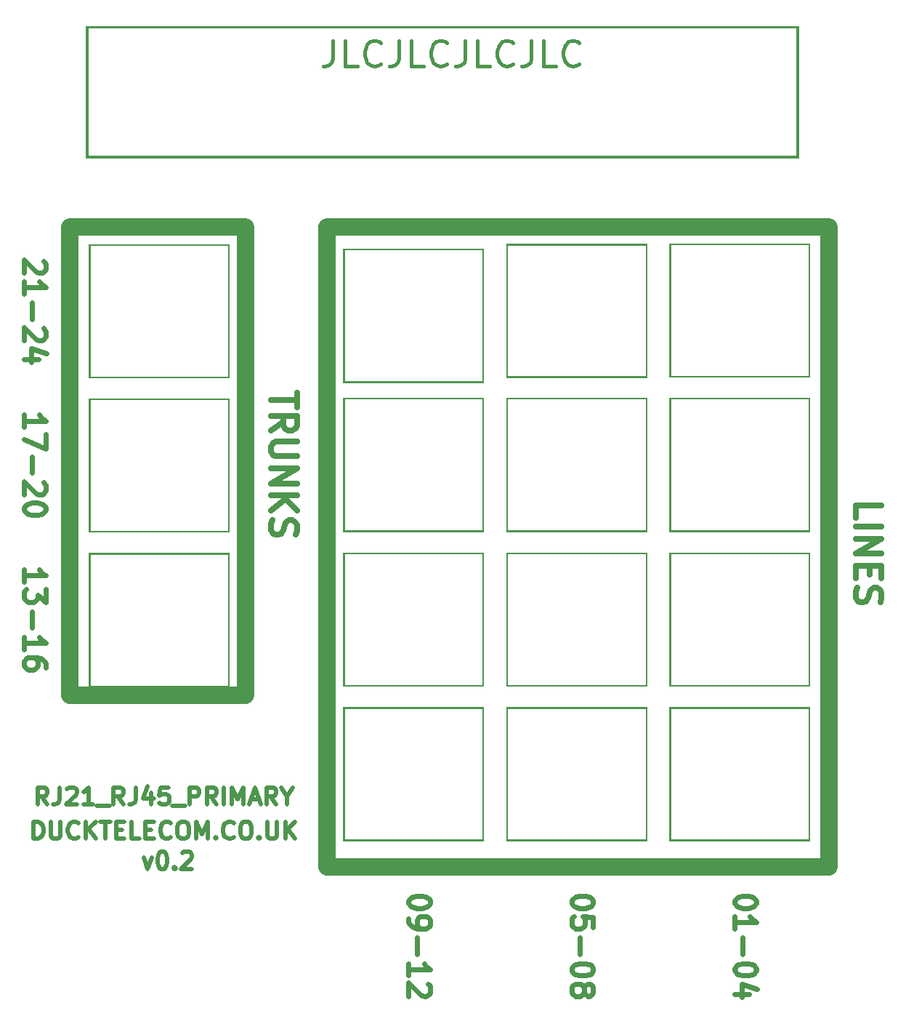
<source format=gto>
G04 #@! TF.GenerationSoftware,KiCad,Pcbnew,(6.0.7)*
G04 #@! TF.CreationDate,2022-11-27T22:30:53+00:00*
G04 #@! TF.ProjectId,RJ21_RJ45_PRIMARY_BREAKOUT,524a3231-5f52-44a3-9435-5f5052494d41,rev?*
G04 #@! TF.SameCoordinates,Original*
G04 #@! TF.FileFunction,Legend,Top*
G04 #@! TF.FilePolarity,Positive*
%FSLAX46Y46*%
G04 Gerber Fmt 4.6, Leading zero omitted, Abs format (unit mm)*
G04 Created by KiCad (PCBNEW (6.0.7)) date 2022-11-27 22:30:53*
%MOMM*%
%LPD*%
G01*
G04 APERTURE LIST*
%ADD10C,2.000000*%
%ADD11C,0.600000*%
%ADD12C,0.700000*%
%ADD13C,0.500000*%
%ADD14C,0.400000*%
%ADD15C,0.010000*%
%ADD16C,4.500000*%
%ADD17C,1.500000*%
%ADD18C,3.100000*%
%ADD19C,1.600000*%
%ADD20C,3.200000*%
G04 APERTURE END LIST*
D10*
X145500000Y-148000000D02*
X204000000Y-148000000D01*
X145500000Y-148000000D02*
X145500000Y-73500000D01*
X115500000Y-128000000D02*
X115500000Y-73500000D01*
X136000000Y-128000000D02*
X136000000Y-73500000D01*
X145500000Y-73500000D02*
X204000000Y-73500000D01*
X136000000Y-73500000D02*
X115500000Y-73500000D01*
X204000000Y-148000000D02*
X204000000Y-73500000D01*
X136000000Y-128000000D02*
X115500000Y-128000000D01*
D11*
X195521054Y-151953255D02*
X195521054Y-152191351D01*
X195402007Y-152429446D01*
X195282959Y-152548493D01*
X195044864Y-152667541D01*
X194568673Y-152786589D01*
X193973435Y-152786589D01*
X193497245Y-152667541D01*
X193259149Y-152548493D01*
X193140102Y-152429446D01*
X193021054Y-152191351D01*
X193021054Y-151953255D01*
X193140102Y-151715160D01*
X193259149Y-151596112D01*
X193497245Y-151477065D01*
X193973435Y-151358017D01*
X194568673Y-151358017D01*
X195044864Y-151477065D01*
X195282959Y-151596112D01*
X195402007Y-151715160D01*
X195521054Y-151953255D01*
X193021054Y-155167541D02*
X193021054Y-153738970D01*
X193021054Y-154453255D02*
X195521054Y-154453255D01*
X195163911Y-154215160D01*
X194925816Y-153977065D01*
X194806768Y-153738970D01*
X193973435Y-156238970D02*
X193973435Y-158143731D01*
X195521054Y-159810398D02*
X195521054Y-160048493D01*
X195402007Y-160286589D01*
X195282959Y-160405636D01*
X195044864Y-160524684D01*
X194568673Y-160643731D01*
X193973435Y-160643731D01*
X193497245Y-160524684D01*
X193259149Y-160405636D01*
X193140102Y-160286589D01*
X193021054Y-160048493D01*
X193021054Y-159810398D01*
X193140102Y-159572303D01*
X193259149Y-159453255D01*
X193497245Y-159334208D01*
X193973435Y-159215160D01*
X194568673Y-159215160D01*
X195044864Y-159334208D01*
X195282959Y-159453255D01*
X195402007Y-159572303D01*
X195521054Y-159810398D01*
X194687721Y-162786589D02*
X193021054Y-162786589D01*
X195640102Y-162191351D02*
X193854387Y-161596112D01*
X193854387Y-163143731D01*
D12*
X141990850Y-92762779D02*
X141990850Y-94477065D01*
X138990850Y-93619922D02*
X141990850Y-93619922D01*
X138990850Y-97191351D02*
X140419421Y-96191351D01*
X138990850Y-95477065D02*
X141990850Y-95477065D01*
X141990850Y-96619922D01*
X141847993Y-96905636D01*
X141705135Y-97048493D01*
X141419421Y-97191351D01*
X140990850Y-97191351D01*
X140705135Y-97048493D01*
X140562278Y-96905636D01*
X140419421Y-96619922D01*
X140419421Y-95477065D01*
X141990850Y-98477065D02*
X139562278Y-98477065D01*
X139276564Y-98619922D01*
X139133707Y-98762779D01*
X138990850Y-99048493D01*
X138990850Y-99619922D01*
X139133707Y-99905636D01*
X139276564Y-100048493D01*
X139562278Y-100191351D01*
X141990850Y-100191351D01*
X138990850Y-101619922D02*
X141990850Y-101619922D01*
X138990850Y-103334208D01*
X141990850Y-103334208D01*
X138990850Y-104762779D02*
X141990850Y-104762779D01*
X138990850Y-106477065D02*
X140705135Y-105191351D01*
X141990850Y-106477065D02*
X140276564Y-104762779D01*
X139133707Y-107619922D02*
X138990850Y-108048493D01*
X138990850Y-108762779D01*
X139133707Y-109048493D01*
X139276564Y-109191351D01*
X139562278Y-109334208D01*
X139847993Y-109334208D01*
X140133707Y-109191351D01*
X140276564Y-109048493D01*
X140419421Y-108762779D01*
X140562278Y-108191351D01*
X140705135Y-107905636D01*
X140847993Y-107762779D01*
X141133707Y-107619922D01*
X141419421Y-107619922D01*
X141705135Y-107762779D01*
X141847993Y-107905636D01*
X141990850Y-108191351D01*
X141990850Y-108905636D01*
X141847993Y-109334208D01*
X207142857Y-107357142D02*
X207142857Y-105928571D01*
X210142857Y-105928571D01*
X207142857Y-108357142D02*
X210142857Y-108357142D01*
X207142857Y-109785714D02*
X210142857Y-109785714D01*
X207142857Y-111500000D01*
X210142857Y-111500000D01*
X208714285Y-112928571D02*
X208714285Y-113928571D01*
X207142857Y-114357142D02*
X207142857Y-112928571D01*
X210142857Y-112928571D01*
X210142857Y-114357142D01*
X207285714Y-115500000D02*
X207142857Y-115928571D01*
X207142857Y-116642857D01*
X207285714Y-116928571D01*
X207428571Y-117071428D01*
X207714285Y-117214285D01*
X208000000Y-117214285D01*
X208285714Y-117071428D01*
X208428571Y-116928571D01*
X208571428Y-116642857D01*
X208714285Y-116071428D01*
X208857142Y-115785714D01*
X209000000Y-115642857D01*
X209285714Y-115500000D01*
X209571428Y-115500000D01*
X209857142Y-115642857D01*
X210000000Y-115785714D01*
X210142857Y-116071428D01*
X210142857Y-116785714D01*
X210000000Y-117214285D01*
D11*
X176521054Y-151953255D02*
X176521054Y-152191351D01*
X176402007Y-152429446D01*
X176282959Y-152548493D01*
X176044864Y-152667541D01*
X175568673Y-152786589D01*
X174973435Y-152786589D01*
X174497245Y-152667541D01*
X174259149Y-152548493D01*
X174140102Y-152429446D01*
X174021054Y-152191351D01*
X174021054Y-151953255D01*
X174140102Y-151715160D01*
X174259149Y-151596112D01*
X174497245Y-151477065D01*
X174973435Y-151358017D01*
X175568673Y-151358017D01*
X176044864Y-151477065D01*
X176282959Y-151596112D01*
X176402007Y-151715160D01*
X176521054Y-151953255D01*
X176521054Y-155048493D02*
X176521054Y-153858017D01*
X175330578Y-153738970D01*
X175449626Y-153858017D01*
X175568673Y-154096112D01*
X175568673Y-154691351D01*
X175449626Y-154929446D01*
X175330578Y-155048493D01*
X175092483Y-155167541D01*
X174497245Y-155167541D01*
X174259149Y-155048493D01*
X174140102Y-154929446D01*
X174021054Y-154691351D01*
X174021054Y-154096112D01*
X174140102Y-153858017D01*
X174259149Y-153738970D01*
X174973435Y-156238970D02*
X174973435Y-158143731D01*
X176521054Y-159810398D02*
X176521054Y-160048493D01*
X176402007Y-160286589D01*
X176282959Y-160405636D01*
X176044864Y-160524684D01*
X175568673Y-160643731D01*
X174973435Y-160643731D01*
X174497245Y-160524684D01*
X174259149Y-160405636D01*
X174140102Y-160286589D01*
X174021054Y-160048493D01*
X174021054Y-159810398D01*
X174140102Y-159572303D01*
X174259149Y-159453255D01*
X174497245Y-159334208D01*
X174973435Y-159215160D01*
X175568673Y-159215160D01*
X176044864Y-159334208D01*
X176282959Y-159453255D01*
X176402007Y-159572303D01*
X176521054Y-159810398D01*
X175449626Y-162072303D02*
X175568673Y-161834208D01*
X175687721Y-161715160D01*
X175925816Y-161596112D01*
X176044864Y-161596112D01*
X176282959Y-161715160D01*
X176402007Y-161834208D01*
X176521054Y-162072303D01*
X176521054Y-162548493D01*
X176402007Y-162786589D01*
X176282959Y-162905636D01*
X176044864Y-163024684D01*
X175925816Y-163024684D01*
X175687721Y-162905636D01*
X175568673Y-162786589D01*
X175449626Y-162548493D01*
X175449626Y-162072303D01*
X175330578Y-161834208D01*
X175211530Y-161715160D01*
X174973435Y-161596112D01*
X174497245Y-161596112D01*
X174259149Y-161715160D01*
X174140102Y-161834208D01*
X174021054Y-162072303D01*
X174021054Y-162548493D01*
X174140102Y-162786589D01*
X174259149Y-162905636D01*
X174497245Y-163024684D01*
X174973435Y-163024684D01*
X175211530Y-162905636D01*
X175330578Y-162786589D01*
X175449626Y-162548493D01*
X157521054Y-151953255D02*
X157521054Y-152191351D01*
X157402007Y-152429446D01*
X157282959Y-152548493D01*
X157044864Y-152667541D01*
X156568673Y-152786589D01*
X155973435Y-152786589D01*
X155497245Y-152667541D01*
X155259149Y-152548493D01*
X155140102Y-152429446D01*
X155021054Y-152191351D01*
X155021054Y-151953255D01*
X155140102Y-151715160D01*
X155259149Y-151596112D01*
X155497245Y-151477065D01*
X155973435Y-151358017D01*
X156568673Y-151358017D01*
X157044864Y-151477065D01*
X157282959Y-151596112D01*
X157402007Y-151715160D01*
X157521054Y-151953255D01*
X155021054Y-153977065D02*
X155021054Y-154453255D01*
X155140102Y-154691351D01*
X155259149Y-154810398D01*
X155616292Y-155048493D01*
X156092483Y-155167541D01*
X157044864Y-155167541D01*
X157282959Y-155048493D01*
X157402007Y-154929446D01*
X157521054Y-154691351D01*
X157521054Y-154215160D01*
X157402007Y-153977065D01*
X157282959Y-153858017D01*
X157044864Y-153738970D01*
X156449626Y-153738970D01*
X156211530Y-153858017D01*
X156092483Y-153977065D01*
X155973435Y-154215160D01*
X155973435Y-154691351D01*
X156092483Y-154929446D01*
X156211530Y-155048493D01*
X156449626Y-155167541D01*
X155973435Y-156238970D02*
X155973435Y-158143731D01*
X155021054Y-160643731D02*
X155021054Y-159215160D01*
X155021054Y-159929446D02*
X157521054Y-159929446D01*
X157163911Y-159691351D01*
X156925816Y-159453255D01*
X156806768Y-159215160D01*
X157282959Y-161596112D02*
X157402007Y-161715160D01*
X157521054Y-161953255D01*
X157521054Y-162548493D01*
X157402007Y-162786589D01*
X157282959Y-162905636D01*
X157044864Y-163024684D01*
X156806768Y-163024684D01*
X156449626Y-162905636D01*
X155021054Y-161477065D01*
X155021054Y-163024684D01*
X112478945Y-77428017D02*
X112597993Y-77547065D01*
X112717040Y-77785160D01*
X112717040Y-78380398D01*
X112597993Y-78618493D01*
X112478945Y-78737541D01*
X112240850Y-78856589D01*
X112002754Y-78856589D01*
X111645612Y-78737541D01*
X110217040Y-77308970D01*
X110217040Y-78856589D01*
X110217040Y-81237541D02*
X110217040Y-79808970D01*
X110217040Y-80523255D02*
X112717040Y-80523255D01*
X112359897Y-80285160D01*
X112121802Y-80047065D01*
X112002754Y-79808970D01*
X111169421Y-82308970D02*
X111169421Y-84213731D01*
X112478945Y-85285160D02*
X112597993Y-85404208D01*
X112717040Y-85642303D01*
X112717040Y-86237541D01*
X112597993Y-86475636D01*
X112478945Y-86594684D01*
X112240850Y-86713731D01*
X112002754Y-86713731D01*
X111645612Y-86594684D01*
X110217040Y-85166112D01*
X110217040Y-86713731D01*
X111883707Y-88856589D02*
X110217040Y-88856589D01*
X112836088Y-88261351D02*
X111050373Y-87666112D01*
X111050373Y-89213731D01*
X110217040Y-96786589D02*
X110217040Y-95358017D01*
X110217040Y-96072303D02*
X112717040Y-96072303D01*
X112359897Y-95834208D01*
X112121802Y-95596112D01*
X112002754Y-95358017D01*
X112717040Y-97619922D02*
X112717040Y-99286589D01*
X110217040Y-98215160D01*
X111169421Y-100238970D02*
X111169421Y-102143731D01*
X112478945Y-103215160D02*
X112597993Y-103334208D01*
X112717040Y-103572303D01*
X112717040Y-104167541D01*
X112597993Y-104405636D01*
X112478945Y-104524684D01*
X112240850Y-104643731D01*
X112002754Y-104643731D01*
X111645612Y-104524684D01*
X110217040Y-103096112D01*
X110217040Y-104643731D01*
X112717040Y-106191351D02*
X112717040Y-106429446D01*
X112597993Y-106667541D01*
X112478945Y-106786589D01*
X112240850Y-106905636D01*
X111764659Y-107024684D01*
X111169421Y-107024684D01*
X110693231Y-106905636D01*
X110455135Y-106786589D01*
X110336088Y-106667541D01*
X110217040Y-106429446D01*
X110217040Y-106191351D01*
X110336088Y-105953255D01*
X110455135Y-105834208D01*
X110693231Y-105715160D01*
X111169421Y-105596112D01*
X111764659Y-105596112D01*
X112240850Y-105715160D01*
X112478945Y-105834208D01*
X112597993Y-105953255D01*
X112717040Y-106191351D01*
X110217040Y-114786589D02*
X110217040Y-113358017D01*
X110217040Y-114072303D02*
X112717040Y-114072303D01*
X112359897Y-113834208D01*
X112121802Y-113596112D01*
X112002754Y-113358017D01*
X112717040Y-115619922D02*
X112717040Y-117167541D01*
X111764659Y-116334208D01*
X111764659Y-116691351D01*
X111645612Y-116929446D01*
X111526564Y-117048493D01*
X111288469Y-117167541D01*
X110693231Y-117167541D01*
X110455135Y-117048493D01*
X110336088Y-116929446D01*
X110217040Y-116691351D01*
X110217040Y-115977065D01*
X110336088Y-115738970D01*
X110455135Y-115619922D01*
X111169421Y-118238970D02*
X111169421Y-120143731D01*
X110217040Y-122643731D02*
X110217040Y-121215160D01*
X110217040Y-121929446D02*
X112717040Y-121929446D01*
X112359897Y-121691351D01*
X112121802Y-121453255D01*
X112002754Y-121215160D01*
X112717040Y-124786589D02*
X112717040Y-124310398D01*
X112597993Y-124072303D01*
X112478945Y-123953255D01*
X112121802Y-123715160D01*
X111645612Y-123596112D01*
X110693231Y-123596112D01*
X110455135Y-123715160D01*
X110336088Y-123834208D01*
X110217040Y-124072303D01*
X110217040Y-124548493D01*
X110336088Y-124786589D01*
X110455135Y-124905636D01*
X110693231Y-125024684D01*
X111288469Y-125024684D01*
X111526564Y-124905636D01*
X111645612Y-124786589D01*
X111764659Y-124548493D01*
X111764659Y-124072303D01*
X111645612Y-123834208D01*
X111526564Y-123715160D01*
X111288469Y-123596112D01*
D13*
X112928571Y-140724761D02*
X112261904Y-139772380D01*
X111785714Y-140724761D02*
X111785714Y-138724761D01*
X112547619Y-138724761D01*
X112738095Y-138820000D01*
X112833333Y-138915238D01*
X112928571Y-139105714D01*
X112928571Y-139391428D01*
X112833333Y-139581904D01*
X112738095Y-139677142D01*
X112547619Y-139772380D01*
X111785714Y-139772380D01*
X114357142Y-138724761D02*
X114357142Y-140153333D01*
X114261904Y-140439047D01*
X114071428Y-140629523D01*
X113785714Y-140724761D01*
X113595238Y-140724761D01*
X115214285Y-138915238D02*
X115309523Y-138820000D01*
X115500000Y-138724761D01*
X115976190Y-138724761D01*
X116166666Y-138820000D01*
X116261904Y-138915238D01*
X116357142Y-139105714D01*
X116357142Y-139296190D01*
X116261904Y-139581904D01*
X115119047Y-140724761D01*
X116357142Y-140724761D01*
X118261904Y-140724761D02*
X117119047Y-140724761D01*
X117690476Y-140724761D02*
X117690476Y-138724761D01*
X117500000Y-139010476D01*
X117309523Y-139200952D01*
X117119047Y-139296190D01*
X118642857Y-140915238D02*
X120166666Y-140915238D01*
X121785714Y-140724761D02*
X121119047Y-139772380D01*
X120642857Y-140724761D02*
X120642857Y-138724761D01*
X121404761Y-138724761D01*
X121595238Y-138820000D01*
X121690476Y-138915238D01*
X121785714Y-139105714D01*
X121785714Y-139391428D01*
X121690476Y-139581904D01*
X121595238Y-139677142D01*
X121404761Y-139772380D01*
X120642857Y-139772380D01*
X123214285Y-138724761D02*
X123214285Y-140153333D01*
X123119047Y-140439047D01*
X122928571Y-140629523D01*
X122642857Y-140724761D01*
X122452380Y-140724761D01*
X125023809Y-139391428D02*
X125023809Y-140724761D01*
X124547619Y-138629523D02*
X124071428Y-140058095D01*
X125309523Y-140058095D01*
X127023809Y-138724761D02*
X126071428Y-138724761D01*
X125976190Y-139677142D01*
X126071428Y-139581904D01*
X126261904Y-139486666D01*
X126738095Y-139486666D01*
X126928571Y-139581904D01*
X127023809Y-139677142D01*
X127119047Y-139867619D01*
X127119047Y-140343809D01*
X127023809Y-140534285D01*
X126928571Y-140629523D01*
X126738095Y-140724761D01*
X126261904Y-140724761D01*
X126071428Y-140629523D01*
X125976190Y-140534285D01*
X127500000Y-140915238D02*
X129023809Y-140915238D01*
X129500000Y-140724761D02*
X129500000Y-138724761D01*
X130261904Y-138724761D01*
X130452380Y-138820000D01*
X130547619Y-138915238D01*
X130642857Y-139105714D01*
X130642857Y-139391428D01*
X130547619Y-139581904D01*
X130452380Y-139677142D01*
X130261904Y-139772380D01*
X129500000Y-139772380D01*
X132642857Y-140724761D02*
X131976190Y-139772380D01*
X131500000Y-140724761D02*
X131500000Y-138724761D01*
X132261904Y-138724761D01*
X132452380Y-138820000D01*
X132547619Y-138915238D01*
X132642857Y-139105714D01*
X132642857Y-139391428D01*
X132547619Y-139581904D01*
X132452380Y-139677142D01*
X132261904Y-139772380D01*
X131500000Y-139772380D01*
X133500000Y-140724761D02*
X133500000Y-138724761D01*
X134452380Y-140724761D02*
X134452380Y-138724761D01*
X135119047Y-140153333D01*
X135785714Y-138724761D01*
X135785714Y-140724761D01*
X136642857Y-140153333D02*
X137595238Y-140153333D01*
X136452380Y-140724761D02*
X137119047Y-138724761D01*
X137785714Y-140724761D01*
X139595238Y-140724761D02*
X138928571Y-139772380D01*
X138452380Y-140724761D02*
X138452380Y-138724761D01*
X139214285Y-138724761D01*
X139404761Y-138820000D01*
X139500000Y-138915238D01*
X139595238Y-139105714D01*
X139595238Y-139391428D01*
X139500000Y-139581904D01*
X139404761Y-139677142D01*
X139214285Y-139772380D01*
X138452380Y-139772380D01*
X140833333Y-139772380D02*
X140833333Y-140724761D01*
X140166666Y-138724761D02*
X140833333Y-139772380D01*
X141500000Y-138724761D01*
X124142857Y-146891428D02*
X124619047Y-148224761D01*
X125095238Y-146891428D01*
X126238095Y-146224761D02*
X126428571Y-146224761D01*
X126619047Y-146320000D01*
X126714285Y-146415238D01*
X126809523Y-146605714D01*
X126904761Y-146986666D01*
X126904761Y-147462857D01*
X126809523Y-147843809D01*
X126714285Y-148034285D01*
X126619047Y-148129523D01*
X126428571Y-148224761D01*
X126238095Y-148224761D01*
X126047619Y-148129523D01*
X125952380Y-148034285D01*
X125857142Y-147843809D01*
X125761904Y-147462857D01*
X125761904Y-146986666D01*
X125857142Y-146605714D01*
X125952380Y-146415238D01*
X126047619Y-146320000D01*
X126238095Y-146224761D01*
X127761904Y-148034285D02*
X127857142Y-148129523D01*
X127761904Y-148224761D01*
X127666666Y-148129523D01*
X127761904Y-148034285D01*
X127761904Y-148224761D01*
X128619047Y-146415238D02*
X128714285Y-146320000D01*
X128904761Y-146224761D01*
X129380952Y-146224761D01*
X129571428Y-146320000D01*
X129666666Y-146415238D01*
X129761904Y-146605714D01*
X129761904Y-146796190D01*
X129666666Y-147081904D01*
X128523809Y-148224761D01*
X129761904Y-148224761D01*
X111309523Y-144724761D02*
X111309523Y-142724761D01*
X111785714Y-142724761D01*
X112071428Y-142820000D01*
X112261904Y-143010476D01*
X112357142Y-143200952D01*
X112452380Y-143581904D01*
X112452380Y-143867619D01*
X112357142Y-144248571D01*
X112261904Y-144439047D01*
X112071428Y-144629523D01*
X111785714Y-144724761D01*
X111309523Y-144724761D01*
X113309523Y-142724761D02*
X113309523Y-144343809D01*
X113404761Y-144534285D01*
X113500000Y-144629523D01*
X113690476Y-144724761D01*
X114071428Y-144724761D01*
X114261904Y-144629523D01*
X114357142Y-144534285D01*
X114452380Y-144343809D01*
X114452380Y-142724761D01*
X116547619Y-144534285D02*
X116452380Y-144629523D01*
X116166666Y-144724761D01*
X115976190Y-144724761D01*
X115690476Y-144629523D01*
X115500000Y-144439047D01*
X115404761Y-144248571D01*
X115309523Y-143867619D01*
X115309523Y-143581904D01*
X115404761Y-143200952D01*
X115500000Y-143010476D01*
X115690476Y-142820000D01*
X115976190Y-142724761D01*
X116166666Y-142724761D01*
X116452380Y-142820000D01*
X116547619Y-142915238D01*
X117404761Y-144724761D02*
X117404761Y-142724761D01*
X118547619Y-144724761D02*
X117690476Y-143581904D01*
X118547619Y-142724761D02*
X117404761Y-143867619D01*
X119119047Y-142724761D02*
X120261904Y-142724761D01*
X119690476Y-144724761D02*
X119690476Y-142724761D01*
X120928571Y-143677142D02*
X121595238Y-143677142D01*
X121880952Y-144724761D02*
X120928571Y-144724761D01*
X120928571Y-142724761D01*
X121880952Y-142724761D01*
X123690476Y-144724761D02*
X122738095Y-144724761D01*
X122738095Y-142724761D01*
X124357142Y-143677142D02*
X125023809Y-143677142D01*
X125309523Y-144724761D02*
X124357142Y-144724761D01*
X124357142Y-142724761D01*
X125309523Y-142724761D01*
X127309523Y-144534285D02*
X127214285Y-144629523D01*
X126928571Y-144724761D01*
X126738095Y-144724761D01*
X126452380Y-144629523D01*
X126261904Y-144439047D01*
X126166666Y-144248571D01*
X126071428Y-143867619D01*
X126071428Y-143581904D01*
X126166666Y-143200952D01*
X126261904Y-143010476D01*
X126452380Y-142820000D01*
X126738095Y-142724761D01*
X126928571Y-142724761D01*
X127214285Y-142820000D01*
X127309523Y-142915238D01*
X128547619Y-142724761D02*
X128928571Y-142724761D01*
X129119047Y-142820000D01*
X129309523Y-143010476D01*
X129404761Y-143391428D01*
X129404761Y-144058095D01*
X129309523Y-144439047D01*
X129119047Y-144629523D01*
X128928571Y-144724761D01*
X128547619Y-144724761D01*
X128357142Y-144629523D01*
X128166666Y-144439047D01*
X128071428Y-144058095D01*
X128071428Y-143391428D01*
X128166666Y-143010476D01*
X128357142Y-142820000D01*
X128547619Y-142724761D01*
X130261904Y-144724761D02*
X130261904Y-142724761D01*
X130928571Y-144153333D01*
X131595238Y-142724761D01*
X131595238Y-144724761D01*
X132547619Y-144534285D02*
X132642857Y-144629523D01*
X132547619Y-144724761D01*
X132452380Y-144629523D01*
X132547619Y-144534285D01*
X132547619Y-144724761D01*
X134642857Y-144534285D02*
X134547619Y-144629523D01*
X134261904Y-144724761D01*
X134071428Y-144724761D01*
X133785714Y-144629523D01*
X133595238Y-144439047D01*
X133500000Y-144248571D01*
X133404761Y-143867619D01*
X133404761Y-143581904D01*
X133500000Y-143200952D01*
X133595238Y-143010476D01*
X133785714Y-142820000D01*
X134071428Y-142724761D01*
X134261904Y-142724761D01*
X134547619Y-142820000D01*
X134642857Y-142915238D01*
X135880952Y-142724761D02*
X136261904Y-142724761D01*
X136452380Y-142820000D01*
X136642857Y-143010476D01*
X136738095Y-143391428D01*
X136738095Y-144058095D01*
X136642857Y-144439047D01*
X136452380Y-144629523D01*
X136261904Y-144724761D01*
X135880952Y-144724761D01*
X135690476Y-144629523D01*
X135500000Y-144439047D01*
X135404761Y-144058095D01*
X135404761Y-143391428D01*
X135500000Y-143010476D01*
X135690476Y-142820000D01*
X135880952Y-142724761D01*
X137595238Y-144534285D02*
X137690476Y-144629523D01*
X137595238Y-144724761D01*
X137500000Y-144629523D01*
X137595238Y-144534285D01*
X137595238Y-144724761D01*
X138547619Y-142724761D02*
X138547619Y-144343809D01*
X138642857Y-144534285D01*
X138738095Y-144629523D01*
X138928571Y-144724761D01*
X139309523Y-144724761D01*
X139500000Y-144629523D01*
X139595238Y-144534285D01*
X139690476Y-144343809D01*
X139690476Y-142724761D01*
X140642857Y-144724761D02*
X140642857Y-142724761D01*
X141785714Y-144724761D02*
X140928571Y-143581904D01*
X141785714Y-142724761D02*
X140642857Y-143867619D01*
D14*
G04 #@! TO.C,J17*
X146182857Y-51787142D02*
X146182857Y-53930000D01*
X146040000Y-54358571D01*
X145754285Y-54644285D01*
X145325714Y-54787142D01*
X145040000Y-54787142D01*
X149040000Y-54787142D02*
X147611428Y-54787142D01*
X147611428Y-51787142D01*
X151754285Y-54501428D02*
X151611428Y-54644285D01*
X151182857Y-54787142D01*
X150897142Y-54787142D01*
X150468571Y-54644285D01*
X150182857Y-54358571D01*
X150040000Y-54072857D01*
X149897142Y-53501428D01*
X149897142Y-53072857D01*
X150040000Y-52501428D01*
X150182857Y-52215714D01*
X150468571Y-51930000D01*
X150897142Y-51787142D01*
X151182857Y-51787142D01*
X151611428Y-51930000D01*
X151754285Y-52072857D01*
X153897142Y-51787142D02*
X153897142Y-53930000D01*
X153754285Y-54358571D01*
X153468571Y-54644285D01*
X153040000Y-54787142D01*
X152754285Y-54787142D01*
X156754285Y-54787142D02*
X155325714Y-54787142D01*
X155325714Y-51787142D01*
X159468571Y-54501428D02*
X159325714Y-54644285D01*
X158897142Y-54787142D01*
X158611428Y-54787142D01*
X158182857Y-54644285D01*
X157897142Y-54358571D01*
X157754285Y-54072857D01*
X157611428Y-53501428D01*
X157611428Y-53072857D01*
X157754285Y-52501428D01*
X157897142Y-52215714D01*
X158182857Y-51930000D01*
X158611428Y-51787142D01*
X158897142Y-51787142D01*
X159325714Y-51930000D01*
X159468571Y-52072857D01*
X161611428Y-51787142D02*
X161611428Y-53930000D01*
X161468571Y-54358571D01*
X161182857Y-54644285D01*
X160754285Y-54787142D01*
X160468571Y-54787142D01*
X164468571Y-54787142D02*
X163040000Y-54787142D01*
X163040000Y-51787142D01*
X167182857Y-54501428D02*
X167040000Y-54644285D01*
X166611428Y-54787142D01*
X166325714Y-54787142D01*
X165897142Y-54644285D01*
X165611428Y-54358571D01*
X165468571Y-54072857D01*
X165325714Y-53501428D01*
X165325714Y-53072857D01*
X165468571Y-52501428D01*
X165611428Y-52215714D01*
X165897142Y-51930000D01*
X166325714Y-51787142D01*
X166611428Y-51787142D01*
X167040000Y-51930000D01*
X167182857Y-52072857D01*
X169325714Y-51787142D02*
X169325714Y-53930000D01*
X169182857Y-54358571D01*
X168897142Y-54644285D01*
X168468571Y-54787142D01*
X168182857Y-54787142D01*
X172182857Y-54787142D02*
X170754285Y-54787142D01*
X170754285Y-51787142D01*
X174897142Y-54501428D02*
X174754285Y-54644285D01*
X174325714Y-54787142D01*
X174040000Y-54787142D01*
X173611428Y-54644285D01*
X173325714Y-54358571D01*
X173182857Y-54072857D01*
X173040000Y-53501428D01*
X173040000Y-53072857D01*
X173182857Y-52501428D01*
X173325714Y-52215714D01*
X173611428Y-51930000D01*
X174040000Y-51787142D01*
X174325714Y-51787142D01*
X174754285Y-51930000D01*
X174897142Y-52072857D01*
G36*
X200450164Y-50095493D02*
G01*
X200450164Y-65420160D01*
X117434497Y-65420160D01*
X117434497Y-65187327D01*
X117646164Y-65187327D01*
X200217331Y-65187327D01*
X200217331Y-50307160D01*
X117646164Y-50307160D01*
X117646164Y-65187327D01*
X117434497Y-65187327D01*
X117434497Y-50095493D01*
X200450164Y-50095493D01*
G37*
D15*
X200450164Y-50095493D02*
X200450164Y-65420160D01*
X117434497Y-65420160D01*
X117434497Y-65187327D01*
X117646164Y-65187327D01*
X200217331Y-65187327D01*
X200217331Y-50307160D01*
X117646164Y-50307160D01*
X117646164Y-65187327D01*
X117434497Y-65187327D01*
X117434497Y-50095493D01*
X200450164Y-50095493D01*
G04 #@! TO.C,J8*
G36*
X166405007Y-129402017D02*
G01*
X182745674Y-129402017D01*
X182745674Y-144938351D01*
X166405007Y-144938351D01*
X166405007Y-144811351D01*
X166532007Y-144811351D01*
X182639841Y-144811351D01*
X182639841Y-129507851D01*
X166532007Y-129507851D01*
X166532007Y-144811351D01*
X166405007Y-144811351D01*
X166405007Y-129402017D01*
G37*
X166405007Y-129402017D02*
X182745674Y-129402017D01*
X182745674Y-144938351D01*
X166405007Y-144938351D01*
X166405007Y-144811351D01*
X166532007Y-144811351D01*
X182639841Y-144811351D01*
X182639841Y-129507851D01*
X166532007Y-129507851D01*
X166532007Y-144811351D01*
X166405007Y-144811351D01*
X166405007Y-129402017D01*
G04 #@! TO.C,J11*
G36*
X147405007Y-111402017D02*
G01*
X163745674Y-111402017D01*
X163745674Y-126938351D01*
X147405007Y-126938351D01*
X147405007Y-126811351D01*
X147532007Y-126811351D01*
X163639841Y-126811351D01*
X163639841Y-111507851D01*
X147532007Y-111507851D01*
X147532007Y-126811351D01*
X147405007Y-126811351D01*
X147405007Y-111402017D01*
G37*
X147405007Y-111402017D02*
X163745674Y-111402017D01*
X163745674Y-126938351D01*
X147405007Y-126938351D01*
X147405007Y-126811351D01*
X147532007Y-126811351D01*
X163639841Y-126811351D01*
X163639841Y-111507851D01*
X147532007Y-111507851D01*
X147532007Y-126811351D01*
X147405007Y-126811351D01*
X147405007Y-111402017D01*
G04 #@! TO.C,J5*
G36*
X166405007Y-75472017D02*
G01*
X182745674Y-75472017D01*
X182745674Y-91008351D01*
X166405007Y-91008351D01*
X166405007Y-90881351D01*
X166532007Y-90881351D01*
X182639841Y-90881351D01*
X182639841Y-75577851D01*
X166532007Y-75577851D01*
X166532007Y-90881351D01*
X166405007Y-90881351D01*
X166405007Y-75472017D01*
G37*
X166405007Y-75472017D02*
X182745674Y-75472017D01*
X182745674Y-91008351D01*
X166405007Y-91008351D01*
X166405007Y-90881351D01*
X166532007Y-90881351D01*
X182639841Y-90881351D01*
X182639841Y-75577851D01*
X166532007Y-75577851D01*
X166532007Y-90881351D01*
X166405007Y-90881351D01*
X166405007Y-75472017D01*
G04 #@! TO.C,J1*
G36*
X185405007Y-75402017D02*
G01*
X201745674Y-75402017D01*
X201745674Y-90938351D01*
X185405007Y-90938351D01*
X185405007Y-90811351D01*
X185532007Y-90811351D01*
X201639841Y-90811351D01*
X201639841Y-75507851D01*
X185532007Y-75507851D01*
X185532007Y-90811351D01*
X185405007Y-90811351D01*
X185405007Y-75402017D01*
G37*
X185405007Y-75402017D02*
X201745674Y-75402017D01*
X201745674Y-90938351D01*
X185405007Y-90938351D01*
X185405007Y-90811351D01*
X185532007Y-90811351D01*
X201639841Y-90811351D01*
X201639841Y-75507851D01*
X185532007Y-75507851D01*
X185532007Y-90811351D01*
X185405007Y-90811351D01*
X185405007Y-75402017D01*
G04 #@! TO.C,J7*
G36*
X166405007Y-111402017D02*
G01*
X182745674Y-111402017D01*
X182745674Y-126938351D01*
X166405007Y-126938351D01*
X166405007Y-126811351D01*
X166532007Y-126811351D01*
X182639841Y-126811351D01*
X182639841Y-111507851D01*
X166532007Y-111507851D01*
X166532007Y-126811351D01*
X166405007Y-126811351D01*
X166405007Y-111402017D01*
G37*
X166405007Y-111402017D02*
X182745674Y-111402017D01*
X182745674Y-126938351D01*
X166405007Y-126938351D01*
X166405007Y-126811351D01*
X166532007Y-126811351D01*
X182639841Y-126811351D01*
X182639841Y-111507851D01*
X166532007Y-111507851D01*
X166532007Y-126811351D01*
X166405007Y-126811351D01*
X166405007Y-111402017D01*
G04 #@! TO.C,J4*
G36*
X185405007Y-129402017D02*
G01*
X201745674Y-129402017D01*
X201745674Y-144938351D01*
X185405007Y-144938351D01*
X185405007Y-144811351D01*
X185532007Y-144811351D01*
X201639841Y-144811351D01*
X201639841Y-129507851D01*
X185532007Y-129507851D01*
X185532007Y-144811351D01*
X185405007Y-144811351D01*
X185405007Y-129402017D01*
G37*
X185405007Y-129402017D02*
X201745674Y-129402017D01*
X201745674Y-144938351D01*
X185405007Y-144938351D01*
X185405007Y-144811351D01*
X185532007Y-144811351D01*
X201639841Y-144811351D01*
X201639841Y-129507851D01*
X185532007Y-129507851D01*
X185532007Y-144811351D01*
X185405007Y-144811351D01*
X185405007Y-129402017D01*
G04 #@! TO.C,J14*
G36*
X134094993Y-108980685D02*
G01*
X117754326Y-108980685D01*
X117754326Y-108874851D01*
X117860159Y-108874851D01*
X133967993Y-108874851D01*
X133967993Y-93571351D01*
X117860159Y-93571351D01*
X117860159Y-108874851D01*
X117754326Y-108874851D01*
X117754326Y-93444351D01*
X134094993Y-93444351D01*
X134094993Y-108980685D01*
G37*
X134094993Y-108980685D02*
X117754326Y-108980685D01*
X117754326Y-108874851D01*
X117860159Y-108874851D01*
X133967993Y-108874851D01*
X133967993Y-93571351D01*
X117860159Y-93571351D01*
X117860159Y-108874851D01*
X117754326Y-108874851D01*
X117754326Y-93444351D01*
X134094993Y-93444351D01*
X134094993Y-108980685D01*
G04 #@! TO.C,J13*
G36*
X134094993Y-126980685D02*
G01*
X117754326Y-126980685D01*
X117754326Y-126874851D01*
X117860159Y-126874851D01*
X133967993Y-126874851D01*
X133967993Y-111571351D01*
X117860159Y-111571351D01*
X117860159Y-126874851D01*
X117754326Y-126874851D01*
X117754326Y-111444351D01*
X134094993Y-111444351D01*
X134094993Y-126980685D01*
G37*
X134094993Y-126980685D02*
X117754326Y-126980685D01*
X117754326Y-126874851D01*
X117860159Y-126874851D01*
X133967993Y-126874851D01*
X133967993Y-111571351D01*
X117860159Y-111571351D01*
X117860159Y-126874851D01*
X117754326Y-126874851D01*
X117754326Y-111444351D01*
X134094993Y-111444351D01*
X134094993Y-126980685D01*
G04 #@! TO.C,J10*
G36*
X147405007Y-93402017D02*
G01*
X163745674Y-93402017D01*
X163745674Y-108938351D01*
X147405007Y-108938351D01*
X147405007Y-108811351D01*
X147532007Y-108811351D01*
X163639841Y-108811351D01*
X163639841Y-93507851D01*
X147532007Y-93507851D01*
X147532007Y-108811351D01*
X147405007Y-108811351D01*
X147405007Y-93402017D01*
G37*
X147405007Y-93402017D02*
X163745674Y-93402017D01*
X163745674Y-108938351D01*
X147405007Y-108938351D01*
X147405007Y-108811351D01*
X147532007Y-108811351D01*
X163639841Y-108811351D01*
X163639841Y-93507851D01*
X147532007Y-93507851D01*
X147532007Y-108811351D01*
X147405007Y-108811351D01*
X147405007Y-93402017D01*
G04 #@! TO.C,J12*
G36*
X147405007Y-129402017D02*
G01*
X163745674Y-129402017D01*
X163745674Y-144938351D01*
X147405007Y-144938351D01*
X147405007Y-144811351D01*
X147532007Y-144811351D01*
X163639841Y-144811351D01*
X163639841Y-129507851D01*
X147532007Y-129507851D01*
X147532007Y-144811351D01*
X147405007Y-144811351D01*
X147405007Y-129402017D01*
G37*
X147405007Y-129402017D02*
X163745674Y-129402017D01*
X163745674Y-144938351D01*
X147405007Y-144938351D01*
X147405007Y-144811351D01*
X147532007Y-144811351D01*
X163639841Y-144811351D01*
X163639841Y-129507851D01*
X147532007Y-129507851D01*
X147532007Y-144811351D01*
X147405007Y-144811351D01*
X147405007Y-129402017D01*
G04 #@! TO.C,J15*
G36*
X134094993Y-91050685D02*
G01*
X117754326Y-91050685D01*
X117754326Y-90944851D01*
X117860159Y-90944851D01*
X133967993Y-90944851D01*
X133967993Y-75641351D01*
X117860159Y-75641351D01*
X117860159Y-90944851D01*
X117754326Y-90944851D01*
X117754326Y-75514351D01*
X134094993Y-75514351D01*
X134094993Y-91050685D01*
G37*
X134094993Y-91050685D02*
X117754326Y-91050685D01*
X117754326Y-90944851D01*
X117860159Y-90944851D01*
X133967993Y-90944851D01*
X133967993Y-75641351D01*
X117860159Y-75641351D01*
X117860159Y-90944851D01*
X117754326Y-90944851D01*
X117754326Y-75514351D01*
X134094993Y-75514351D01*
X134094993Y-91050685D01*
G04 #@! TO.C,J9*
G36*
X147405007Y-76030666D02*
G01*
X163745674Y-76030666D01*
X163745674Y-91567000D01*
X147405007Y-91567000D01*
X147405007Y-91440000D01*
X147532007Y-91440000D01*
X163639841Y-91440000D01*
X163639841Y-76136500D01*
X147532007Y-76136500D01*
X147532007Y-91440000D01*
X147405007Y-91440000D01*
X147405007Y-76030666D01*
G37*
X147405007Y-76030666D02*
X163745674Y-76030666D01*
X163745674Y-91567000D01*
X147405007Y-91567000D01*
X147405007Y-91440000D01*
X147532007Y-91440000D01*
X163639841Y-91440000D01*
X163639841Y-76136500D01*
X147532007Y-76136500D01*
X147532007Y-91440000D01*
X147405007Y-91440000D01*
X147405007Y-76030666D01*
G04 #@! TO.C,J2*
G36*
X185405007Y-93402017D02*
G01*
X201745674Y-93402017D01*
X201745674Y-108938351D01*
X185405007Y-108938351D01*
X185405007Y-108811351D01*
X185532007Y-108811351D01*
X201639841Y-108811351D01*
X201639841Y-93507851D01*
X185532007Y-93507851D01*
X185532007Y-108811351D01*
X185405007Y-108811351D01*
X185405007Y-93402017D01*
G37*
X185405007Y-93402017D02*
X201745674Y-93402017D01*
X201745674Y-108938351D01*
X185405007Y-108938351D01*
X185405007Y-108811351D01*
X185532007Y-108811351D01*
X201639841Y-108811351D01*
X201639841Y-93507851D01*
X185532007Y-93507851D01*
X185532007Y-108811351D01*
X185405007Y-108811351D01*
X185405007Y-93402017D01*
G04 #@! TO.C,J6*
G36*
X166405007Y-93402017D02*
G01*
X182745674Y-93402017D01*
X182745674Y-108938351D01*
X166405007Y-108938351D01*
X166405007Y-108811351D01*
X166532007Y-108811351D01*
X182639841Y-108811351D01*
X182639841Y-93507851D01*
X166532007Y-93507851D01*
X166532007Y-108811351D01*
X166405007Y-108811351D01*
X166405007Y-93402017D01*
G37*
X166405007Y-93402017D02*
X182745674Y-93402017D01*
X182745674Y-108938351D01*
X166405007Y-108938351D01*
X166405007Y-108811351D01*
X166532007Y-108811351D01*
X182639841Y-108811351D01*
X182639841Y-93507851D01*
X166532007Y-93507851D01*
X166532007Y-108811351D01*
X166405007Y-108811351D01*
X166405007Y-93402017D01*
G04 #@! TO.C,J3*
G36*
X185405007Y-111402017D02*
G01*
X201745674Y-111402017D01*
X201745674Y-126938351D01*
X185405007Y-126938351D01*
X185405007Y-126811351D01*
X185532007Y-126811351D01*
X201639841Y-126811351D01*
X201639841Y-111507851D01*
X185532007Y-111507851D01*
X185532007Y-126811351D01*
X185405007Y-126811351D01*
X185405007Y-111402017D01*
G37*
X185405007Y-111402017D02*
X201745674Y-111402017D01*
X201745674Y-126938351D01*
X185405007Y-126938351D01*
X185405007Y-126811351D01*
X185532007Y-126811351D01*
X201639841Y-126811351D01*
X201639841Y-111507851D01*
X185532007Y-111507851D01*
X185532007Y-126811351D01*
X185405007Y-126811351D01*
X185405007Y-111402017D01*
G04 #@! TD*
%LPC*%
D16*
G04 #@! TO.C,J17*
X121514994Y-60954995D03*
X196364994Y-60954995D03*
D17*
X184860036Y-63100000D03*
X182700032Y-63100000D03*
X180540029Y-63100000D03*
X178380033Y-63100000D03*
X176220029Y-63100000D03*
X174060025Y-63100000D03*
X171900022Y-63100000D03*
X169740018Y-63100000D03*
X167580026Y-63100000D03*
X165420015Y-63100000D03*
X163260019Y-63100000D03*
X161100000Y-63100000D03*
X158939996Y-63100000D03*
X156779992Y-63100000D03*
X154619989Y-63100000D03*
X152459985Y-63100000D03*
X150299981Y-63100000D03*
X148139978Y-63100000D03*
X145979974Y-63100000D03*
X143819970Y-63100000D03*
X141659963Y-63100000D03*
X139499959Y-63100000D03*
X137339955Y-63100000D03*
X135179952Y-63100000D03*
X133019948Y-63100000D03*
X184860036Y-58809999D03*
X182700032Y-58809999D03*
X180540029Y-58809999D03*
X178380033Y-58809999D03*
X176220029Y-58809999D03*
X174060025Y-58809999D03*
X171900022Y-58809999D03*
X169740018Y-58809999D03*
X167580026Y-58809999D03*
X165420015Y-58809999D03*
X163260019Y-58809999D03*
X161100000Y-58809999D03*
X158939996Y-58809999D03*
X156779992Y-58809999D03*
X154619989Y-58809999D03*
X152459985Y-58809999D03*
X150299981Y-58809999D03*
X148139978Y-58809999D03*
X145979974Y-58809999D03*
X143819970Y-58809999D03*
X141659963Y-58809999D03*
X139499959Y-58809999D03*
X137339955Y-58809999D03*
X135179952Y-58809999D03*
X133019948Y-58809999D03*
G04 #@! TD*
D18*
G04 #@! TO.C,J8*
X176500000Y-142930000D03*
X176500000Y-131500000D03*
D19*
X170150002Y-141660004D03*
X167610009Y-140390007D03*
X170150002Y-139120003D03*
X167610009Y-137850006D03*
X170150002Y-136580002D03*
X167610009Y-135310005D03*
X170150002Y-134040001D03*
X167610009Y-132770000D03*
G04 #@! TD*
D18*
G04 #@! TO.C,J11*
X157500000Y-113500000D03*
X157500000Y-124930000D03*
D19*
X151150002Y-123660004D03*
X148610009Y-122390007D03*
X151150002Y-121120003D03*
X148610009Y-119850006D03*
X151150002Y-118580002D03*
X148610009Y-117310005D03*
X151150002Y-116040001D03*
X148610009Y-114770000D03*
G04 #@! TD*
D18*
G04 #@! TO.C,J5*
X176500000Y-89000000D03*
X176500000Y-77570000D03*
D19*
X170150002Y-87730004D03*
X167610009Y-86460007D03*
X170150002Y-85190003D03*
X167610009Y-83920006D03*
X170150002Y-82650002D03*
X167610009Y-81380005D03*
X170150002Y-80110001D03*
X167610009Y-78840000D03*
G04 #@! TD*
D18*
G04 #@! TO.C,J1*
X195500000Y-88930000D03*
X195500000Y-77500000D03*
D19*
X189150002Y-87660004D03*
X186610009Y-86390007D03*
X189150002Y-85120003D03*
X186610009Y-83850006D03*
X189150002Y-82580002D03*
X186610009Y-81310005D03*
X189150002Y-80040001D03*
X186610009Y-78770000D03*
G04 #@! TD*
D18*
G04 #@! TO.C,J7*
X176500000Y-113500000D03*
X176500000Y-124930000D03*
D19*
X170150002Y-123660004D03*
X167610009Y-122390007D03*
X170150002Y-121120003D03*
X167610009Y-119850006D03*
X170150002Y-118580002D03*
X167610009Y-117310005D03*
X170150002Y-116040001D03*
X167610009Y-114770000D03*
G04 #@! TD*
D18*
G04 #@! TO.C,J4*
X195500000Y-131500000D03*
X195500000Y-142930000D03*
D19*
X189150002Y-141660004D03*
X186610009Y-140390007D03*
X189150002Y-139120003D03*
X186610009Y-137850006D03*
X189150002Y-136580002D03*
X186610009Y-135310005D03*
X189150002Y-134040001D03*
X186610009Y-132770000D03*
G04 #@! TD*
D18*
G04 #@! TO.C,J14*
X124000000Y-106882702D03*
X124000000Y-95452702D03*
D19*
X130349998Y-96722698D03*
X132889991Y-97992695D03*
X130349998Y-99262699D03*
X132889991Y-100532696D03*
X130349998Y-101802700D03*
X132889991Y-103072697D03*
X130349998Y-104342701D03*
X132889991Y-105612702D03*
G04 #@! TD*
D18*
G04 #@! TO.C,J13*
X124000000Y-113452702D03*
X124000000Y-124882702D03*
D19*
X130349998Y-114722698D03*
X132889991Y-115992695D03*
X130349998Y-117262699D03*
X132889991Y-118532696D03*
X130349998Y-119802700D03*
X132889991Y-121072697D03*
X130349998Y-122342701D03*
X132889991Y-123612702D03*
G04 #@! TD*
D18*
G04 #@! TO.C,J10*
X157500000Y-95500000D03*
X157500000Y-106930000D03*
D19*
X151150002Y-105660004D03*
X148610009Y-104390007D03*
X151150002Y-103120003D03*
X148610009Y-101850006D03*
X151150002Y-100580002D03*
X148610009Y-99310005D03*
X151150002Y-98040001D03*
X148610009Y-96770000D03*
G04 #@! TD*
D18*
G04 #@! TO.C,J12*
X157500000Y-131500000D03*
X157500000Y-142930000D03*
D19*
X151150002Y-141660004D03*
X148610009Y-140390007D03*
X151150002Y-139120003D03*
X148610009Y-137850006D03*
X151150002Y-136580002D03*
X148610009Y-135310005D03*
X151150002Y-134040001D03*
X148610009Y-132770000D03*
G04 #@! TD*
D18*
G04 #@! TO.C,J15*
X124000000Y-77522702D03*
X124000000Y-88952702D03*
D19*
X130349998Y-78792698D03*
X132889991Y-80062695D03*
X130349998Y-81332699D03*
X132889991Y-82602696D03*
X130349998Y-83872700D03*
X132889991Y-85142697D03*
X130349998Y-86412701D03*
X132889991Y-87682702D03*
G04 #@! TD*
D18*
G04 #@! TO.C,J9*
X157500000Y-78128649D03*
X157500000Y-89558649D03*
D19*
X151150002Y-88288653D03*
X148610009Y-87018656D03*
X151150002Y-85748652D03*
X148610009Y-84478655D03*
X151150002Y-83208651D03*
X148610009Y-81938654D03*
X151150002Y-80668650D03*
X148610009Y-79398649D03*
G04 #@! TD*
D18*
G04 #@! TO.C,J2*
X195500000Y-106930000D03*
X195500000Y-95500000D03*
D19*
X189150002Y-105660004D03*
X186610009Y-104390007D03*
X189150002Y-103120003D03*
X186610009Y-101850006D03*
X189150002Y-100580002D03*
X186610009Y-99310005D03*
X189150002Y-98040001D03*
X186610009Y-96770000D03*
G04 #@! TD*
D18*
G04 #@! TO.C,J6*
X176500000Y-95500000D03*
X176500000Y-106930000D03*
D19*
X170150002Y-105660004D03*
X167610009Y-104390007D03*
X170150002Y-103120003D03*
X167610009Y-101850006D03*
X170150002Y-100580002D03*
X167610009Y-99310005D03*
X170150002Y-98040001D03*
X167610009Y-96770000D03*
G04 #@! TD*
D20*
G04 #@! TO.C,REF\u002A\u002A*
X110000000Y-60000000D03*
G04 #@! TD*
G04 #@! TO.C,REF\u002A\u002A*
X210000000Y-60000000D03*
G04 #@! TD*
G04 #@! TO.C,REF\u002A\u002A*
X210000000Y-160000000D03*
G04 #@! TD*
G04 #@! TO.C,REF\u002A\u002A*
X110000000Y-160000000D03*
G04 #@! TD*
D18*
G04 #@! TO.C,J3*
X195500000Y-113500000D03*
X195500000Y-124930000D03*
D19*
X189150002Y-123660004D03*
X186610009Y-122390007D03*
X189150002Y-121120003D03*
X186610009Y-119850006D03*
X189150002Y-118580002D03*
X186610009Y-117310005D03*
X189150002Y-116040001D03*
X186610009Y-114770000D03*
G04 #@! TD*
M02*

</source>
